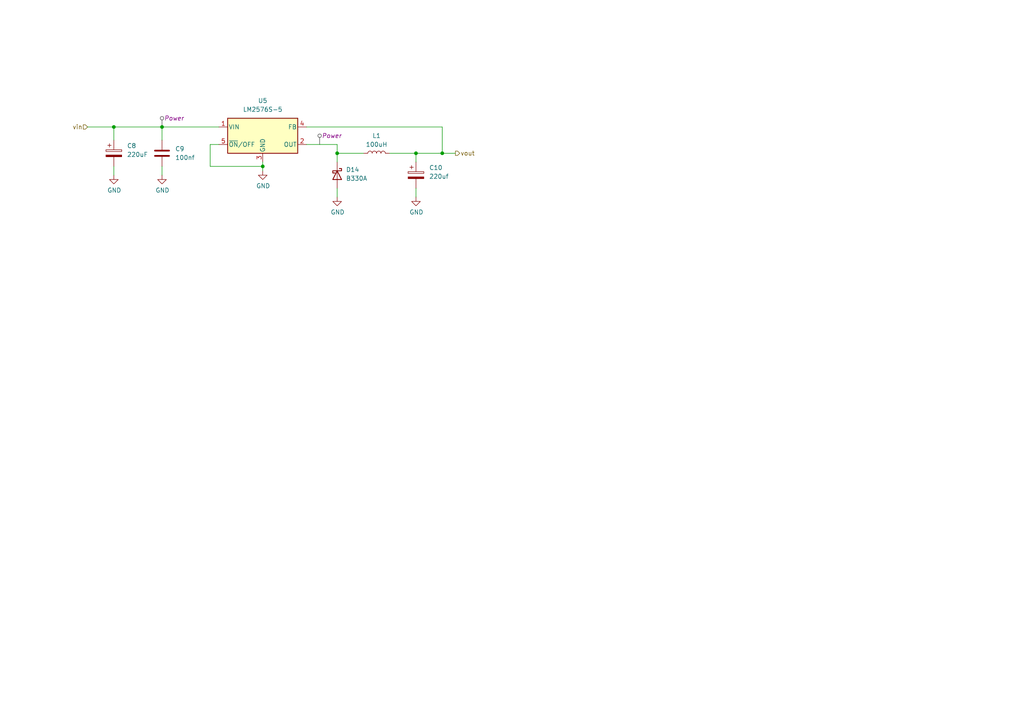
<source format=kicad_sch>
(kicad_sch (version 20231120) (generator "eeschema") (generator_version "8.0")
  (paper "A4")
  (lib_symbols
    (symbol "Device:C" (pin_numbers hide) (pin_names (offset 0.254))
      (property "Reference" "C" (at 0.635 2.54 0))
      (property "Value" "C" (at 0.635 -2.54 0))
      (symbol "C_0_1"
        (polyline (pts (xy -2.032 -0.762) (xy 2.032 -0.762)) (stroke (width 0.508)))
        (polyline (pts (xy -2.032 0.762) (xy 2.032 0.762)) (stroke (width 0.508)))
      )
      (symbol "C_1_1"
        (pin passive line (at 0 3.81 270) (length 2.794) (name "~") (number "1"))
        (pin passive line (at 0 -3.81 90) (length 2.794) (name "~") (number "2"))
      )
    )
    (symbol "Device:C_Polarized" (pin_numbers hide) (pin_names (offset 0.254))
      (property "Reference" "C" (at 0.635 2.54 0))
      (property "Value" "C_Polarized" (at 0.635 -2.54 0))
      (symbol "C_Polarized_0_1"
        (rectangle (start -2.286 0.508) (end 2.286 1.016))
        (polyline (pts (xy -1.778 2.286) (xy -0.762 2.286)))
        (polyline (pts (xy -1.27 2.794) (xy -1.27 1.778)))
        (rectangle (start 2.286 -0.508) (end -2.286 -1.016) (fill (type outline)))
      )
      (symbol "C_Polarized_1_1"
        (pin passive line (at 0 3.81 270) (length 2.794) (name "~") (number "1"))
        (pin passive line (at 0 -3.81 90) (length 2.794) (name "~") (number "2"))
      )
    )
    (symbol "Device:L" (pin_numbers hide) (pin_names (offset 1.016) hide)
      (property "Reference" "L" (at -1.27 0 90))
      (property "Value" "L" (at 1.905 0 90))
      (symbol "L_0_1"
        (arc (start 0 -2.54) (mid 0.6323 -1.905) (end 0 -1.27))
        (arc (start 0 -1.27) (mid 0.6323 -0.635) (end 0 0))
        (arc (start 0 0) (mid 0.6323 0.635) (end 0 1.27))
        (arc (start 0 1.27) (mid 0.6323 1.905) (end 0 2.54))
      )
      (symbol "L_1_1"
        (pin passive line (at 0 3.81 270) (length 1.27) (name "1") (number "1"))
        (pin passive line (at 0 -3.81 90) (length 1.27) (name "2") (number "2"))
      )
    )
    (symbol "Diode:B330" (pin_numbers hide) (pin_names (offset 1.016) hide)
      (property "Reference" "D" (at 0 2.54 0))
      (property "Value" "B330" (at 0 -2.54 0))
      (symbol "B330_0_1"
        (polyline (pts (xy 1.27 0) (xy -1.27 0)))
        (polyline (pts (xy 1.27 1.27) (xy 1.27 -1.27) (xy -1.27 0) (xy 1.27 1.27)) (stroke (width 0.254)))
        (polyline (pts (xy -1.905 0.635) (xy -1.905 1.27) (xy -1.27 1.27) (xy -1.27 -1.27) (xy -0.635 -1.27) (xy -0.635 -0.635)) (stroke (width 0.254)))
      )
      (symbol "B330_1_1"
        (pin passive line (at -3.81 0 0) (length 2.54) (name "K") (number "1"))
        (pin passive line (at 3.81 0 180) (length 2.54) (name "A") (number "2"))
      )
    )
    (symbol "Regulator_Switching:LM2576S-5" (pin_names (offset 0.254))
      (property "Reference" "U" (at -10.16 6.35 0))
      (property "Value" "LM2576S-5" (at 0 6.35 0))
      (symbol "LM2576S-5_0_1"
        (rectangle (start -10.16 5.08) (end 10.16 -5.08) (stroke (width 0.254)) (fill (type background)))
      )
      (symbol "LM2576S-5_1_1"
        (pin power_in line (at -12.7 2.54 0) (length 2.54) (name "VIN") (number "1"))
        (pin output line (at 12.7 -2.54 180) (length 2.54) (name "OUT") (number "2"))
        (pin power_in line (at 0 -7.62 90) (length 2.54) (name "GND") (number "3"))
        (pin input line (at 12.7 2.54 180) (length 2.54) (name "FB") (number "4"))
        (pin input line (at -12.7 -2.54 0) (length 2.54) (name "~{ON}/OFF") (number "5"))
      )
    )
    (symbol "power:GND" (power) (pin_names (offset 0))
      (property "Value" "GND" (at 0 -3.81 0))
      (symbol "GND_0_1"
        (polyline (pts (xy 0 0) (xy 0 -1.27) (xy 1.27 -1.27) (xy 0 -2.54) (xy -1.27 -1.27) (xy 0 -1.27)))
      )
      (symbol "GND_1_1"
        (pin power_in line (at 0 0 270) (length 0) hide (name "GND") (number "1"))
      )
    )
  )
  (junction (at 33.02 36.83))
  (junction (at 128.27 44.45))
  (junction (at 120.65 44.45))
  (junction (at 46.99 36.83))
  (junction (at 97.79 44.45))
  (junction (at 76.2 48.26))
  (wire (pts (xy 76.2 48.26) (xy 76.2 49.53)))
  (wire (pts (xy 46.99 48.26) (xy 46.99 50.8)))
  (wire (pts (xy 97.79 44.45) (xy 105.41 44.45)))
  (wire (pts (xy 60.96 48.26) (xy 76.2 48.26)))
  (wire (pts (xy 25.4 36.83) (xy 33.02 36.83)))
  (wire (pts (xy 88.9 41.91) (xy 97.79 41.91)))
  (wire (pts (xy 128.27 44.45) (xy 132.08 44.45)))
  (wire (pts (xy 97.79 41.91) (xy 97.79 44.45)))
  (wire (pts (xy 113.03 44.45) (xy 120.65 44.45)))
  (wire (pts (xy 120.65 54.61) (xy 120.65 57.15)))
  (wire (pts (xy 128.27 36.83) (xy 128.27 44.45)))
  (wire (pts (xy 63.5 41.91) (xy 60.96 41.91)))
  (wire (pts (xy 97.79 44.45) (xy 97.79 46.99)))
  (wire (pts (xy 60.96 41.91) (xy 60.96 48.26)))
  (wire (pts (xy 46.99 40.64) (xy 46.99 36.83)))
  (wire (pts (xy 88.9 36.83) (xy 128.27 36.83)))
  (wire (pts (xy 120.65 44.45) (xy 128.27 44.45)))
  (wire (pts (xy 76.2 46.99) (xy 76.2 48.26)))
  (wire (pts (xy 120.65 46.99) (xy 120.65 44.45)))
  (wire (pts (xy 46.99 36.83) (xy 33.02 36.83)))
  (wire (pts (xy 97.79 54.61) (xy 97.79 57.15)))
  (wire (pts (xy 33.02 48.26) (xy 33.02 50.8)))
  (wire (pts (xy 46.99 36.83) (xy 63.5 36.83)))
  (wire (pts (xy 33.02 36.83) (xy 33.02 40.64)))
  (hierarchical_label "vout" (shape output) (at 132.08 44.45 0))
  (hierarchical_label "vin" (shape input) (at 25.4 36.83 180))
  (netclass_flag "" (length 2.54) (shape round) (at 92.71 41.91 0) (property "Netclass" "Power" (at 93.3196 39.37 0) (effects (font (italic yes)) (justify left))))
  (netclass_flag "" (length 2.54) (shape round) (at 46.99 36.83 0) (property "Netclass" "Power" (at 47.5996 34.29 0) (effects (font (italic yes)) (justify left))))
  (symbol (lib_id "Device:C_Polarized") (at 33.02 44.45 0) (unit 1)
    (property "Reference" "C8" (at 36.83 42.291 0) (effects (justify left)))
    (property "Value" "220uF" (at 36.83 44.831 0) (effects (justify left)))
    (property "Footprint" "Capacitor_SMD:CP_Elec_8x10.5" (effects (hide yes)))
    (property "LCSC" "C131124" (effects (hide yes)))
  )
  (symbol (lib_id "power:GND") (at 97.79 57.15 0) (unit 1)
    (property "Reference" "#PWR?" (effects (hide yes)))
    (property "Value" "GND" (at 97.917 61.5442 0))
    (instances (project "LoconetEsp32" (path "" (reference "#PWR?") (unit 1)) (path "" (reference "#PWR056") (unit 1))))
  )
  (symbol (lib_id "Device:C") (at 46.99 44.45 0) (unit 1)
    (property "Reference" "C9" (at 50.8 43.18 0) (effects (justify left)))
    (property "Value" "100nf" (at 50.8 45.72 0) (effects (justify left)))
    (property "Footprint" "Capacitor_SMD:C_0805_2012Metric" (effects (hide yes)))
    (property "LCSC" "C282732" (effects (hide yes)))
  )
  (symbol (lib_id "Regulator_Switching:LM2576S-5") (at 76.2 39.37 0) (unit 1)
    (property "Reference" "U5" (at 76.2 29.21 0))
    (property "Value" "LM2576S-5" (at 76.2 31.75 0))
    (property "Footprint" "Package_TO_SOT_SMD:TO-263-5_TabPin3" (effects (hide yes)))
    (property "Datasheet" "http://www.ti.com/lit/ds/symlink/lm2576.pdf" (effects (hide yes)))
    (property "LCSC" "C194472" (effects (hide yes)))
  )
  (symbol (lib_id "power:GND") (at 33.02 50.8 0) (unit 1)
    (property "Reference" "#PWR?" (effects (hide yes)))
    (property "Value" "GND" (at 33.147 55.1942 0))
    (instances (project "LoconetEsp32" (path "" (reference "#PWR?") (unit 1)) (path "" (reference "#PWR053") (unit 1))))
  )
  (symbol (lib_id "Diode:B330") (at 97.79 50.8 270) (unit 1)
    (property "Reference" "D14" (at 100.33 49.2125 90) (effects (justify left)))
    (property "Value" "B330A" (at 100.33 51.7525 90) (effects (justify left)))
    (property "Footprint" "Diode_SMD:D_SMA" (effects (hide yes)))
    (property "Datasheet" "http://www.jameco.com/Jameco/Products/ProdDS/1538777.pdf" (effects (hide yes)))
    (property "LCSC" "C110485" (effects (hide yes)))
  )
  (symbol (lib_id "power:GND") (at 76.2 49.53 0) (unit 1)
    (property "Reference" "#PWR?" (effects (hide yes)))
    (property "Value" "GND" (at 76.327 53.9242 0))
    (instances (project "LoconetEsp32" (path "" (reference "#PWR?") (unit 1)) (path "" (reference "#PWR055") (unit 1))))
  )
  (symbol (lib_id "Device:L") (at 109.22 44.45 90) (unit 1)
    (property "Reference" "L1" (at 109.22 39.37 90))
    (property "Value" "100uH" (at 109.22 41.91 90))
    (property "Footprint" "Inductor_SMD:L_Sunlord_MWSA1206S-101" (effects (hide yes)))
    (property "LCSC" "C408533" (effects (hide yes)))
  )
  (symbol (lib_id "power:GND") (at 46.99 50.8 0) (unit 1)
    (property "Reference" "#PWR?" (effects (hide yes)))
    (property "Value" "GND" (at 47.117 55.1942 0))
    (instances (project "LoconetEsp32" (path "" (reference "#PWR?") (unit 1)) (path "" (reference "#PWR054") (unit 1))))
  )
  (symbol (lib_id "power:GND") (at 120.65 57.15 0) (unit 1)
    (property "Reference" "#PWR?" (effects (hide yes)))
    (property "Value" "GND" (at 120.777 61.5442 0))
    (instances (project "LoconetEsp32" (path "" (reference "#PWR?") (unit 1)) (path "" (reference "#PWR057") (unit 1))))
  )
  (symbol (lib_id "Device:C_Polarized") (at 120.65 50.8 0) (unit 1)
    (property "Reference" "C10" (at 124.46 48.641 0) (effects (justify left)))
    (property "Value" "220uf" (at 124.46 51.181 0) (effects (justify left)))
    (property "Footprint" "Capacitor_SMD:CP_Elec_8x10.5" (effects (hide yes)))
    (property "LCSC" "C131124" (effects (hide yes)))
  )
)
</source>
